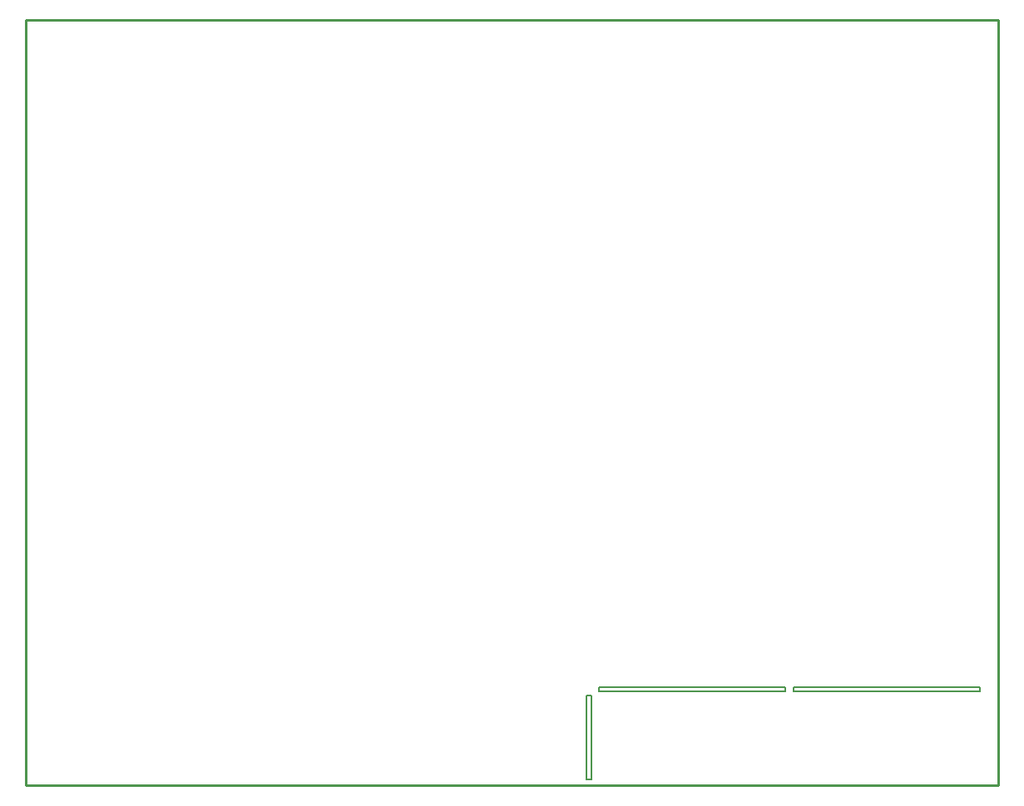
<source format=gbr>
%TF.GenerationSoftware,KiCad,Pcbnew,(7.0.0)*%
%TF.CreationDate,2025-01-08T17:10:47+03:30*%
%TF.ProjectId,logger,6c6f6767-6572-42e6-9b69-6361645f7063,rev?*%
%TF.SameCoordinates,Original*%
%TF.FileFunction,Profile,NP*%
%FSLAX46Y46*%
G04 Gerber Fmt 4.6, Leading zero omitted, Abs format (unit mm)*
G04 Created by KiCad (PCBNEW (7.0.0)) date 2025-01-08 17:10:47*
%MOMM*%
%LPD*%
G01*
G04 APERTURE LIST*
%TA.AperFunction,Profile*%
%ADD10C,0.150000*%
%TD*%
%TA.AperFunction,Profile*%
%ADD11C,0.250000*%
%TD*%
G04 APERTURE END LIST*
D10*
X272875000Y-110875000D02*
X253875000Y-110875000D01*
X253875000Y-110375000D01*
X272875000Y-110375000D01*
X272875000Y-110875000D01*
D11*
X274740000Y-120440000D02*
X175740000Y-120440000D01*
X274740000Y-42440000D02*
X274740000Y-120440000D01*
X175740000Y-120440000D02*
X175740000Y-42440000D01*
D10*
X253075000Y-110875000D02*
X234075000Y-110875000D01*
X234075000Y-110375000D01*
X253075000Y-110375000D01*
X253075000Y-110875000D01*
D11*
X175740000Y-42440000D02*
X274740000Y-42440000D01*
D10*
X233350000Y-119775000D02*
X232850000Y-119775000D01*
X232850000Y-111275000D01*
X233350000Y-111275000D01*
X233350000Y-119775000D01*
M02*

</source>
